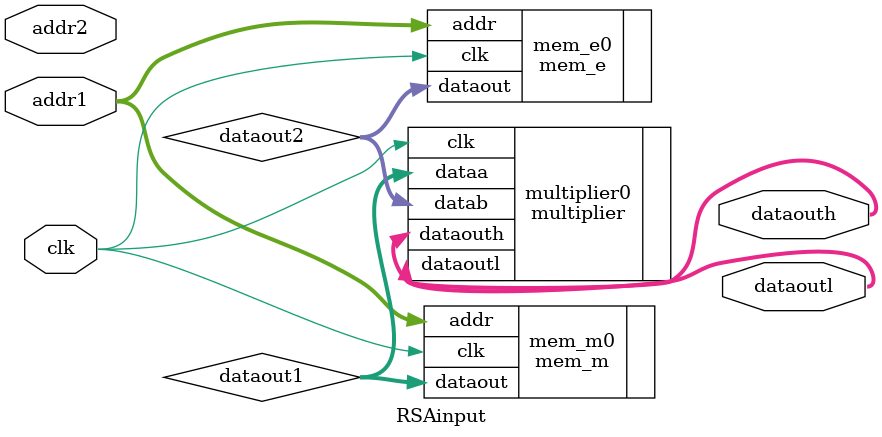
<source format=v>

module RSAinput 
	#(parameter WIDTH = 32, ADDR_WIDTH = 7)
	(addr1, addr2, clk, dataoutl, dataouth);

	// port instantiation
	input   [ADDR_WIDTH-1:0] addr1;
	input   [ADDR_WIDTH-1:0] addr2;
	input   clk;

	output  [WIDTH-1:0] dataoutl;
	output  [WIDTH-1:0] dataouth;

	wire [WIDTH - 1 : 0] dataout1;
	wire [WIDTH - 1 : 0] dataout2;

	mem_m mem_m0(
		.addr(addr1), .clk(clk), .dataout(dataout1)
	);

	mem_e mem_e0(
		.addr(addr1), .clk(clk), .dataout(dataout2)
	);

	multiplier multiplier0(
		.clk(clk),
		.dataa(dataout1), .datab(dataout2),
		.dataoutl(dataoutl), .dataouth(dataouth)
	);

endmodule
</source>
